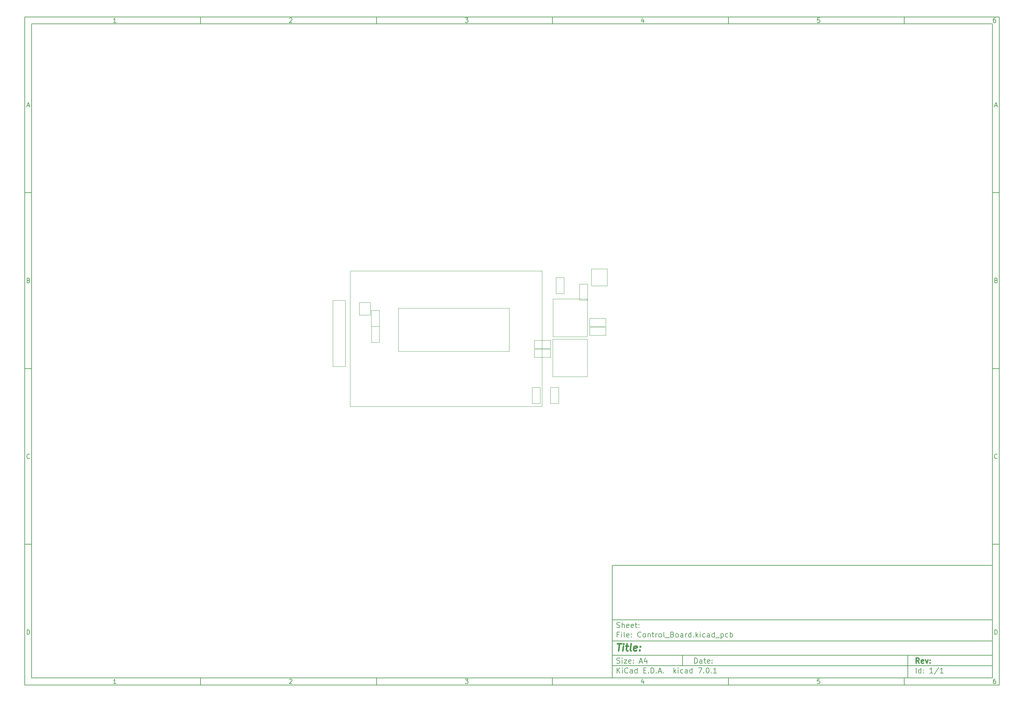
<source format=gbr>
%TF.GenerationSoftware,KiCad,Pcbnew,7.0.1*%
%TF.CreationDate,2023-09-27T13:27:15+00:00*%
%TF.ProjectId,Control_Board,436f6e74-726f-46c5-9f42-6f6172642e6b,rev?*%
%TF.SameCoordinates,Original*%
%TF.FileFunction,Other,User*%
%FSLAX45Y45*%
G04 Gerber Fmt 4.5, Leading zero omitted, Abs format (unit mm)*
G04 Created by KiCad (PCBNEW 7.0.1) date 2023-09-27 13:27:15*
%MOMM*%
%LPD*%
G01*
G04 APERTURE LIST*
%ADD10C,0.100000*%
%ADD11C,0.150000*%
%ADD12C,0.300000*%
%ADD13C,0.400000*%
%ADD14C,0.050000*%
G04 APERTURE END LIST*
D10*
D11*
X17700220Y-16600720D02*
X28500220Y-16600720D01*
X28500220Y-19800720D01*
X17700220Y-19800720D01*
X17700220Y-16600720D01*
D10*
D11*
X1000000Y-1000000D02*
X28700220Y-1000000D01*
X28700220Y-20000720D01*
X1000000Y-20000720D01*
X1000000Y-1000000D01*
D10*
D11*
X1200000Y-1200000D02*
X28500220Y-1200000D01*
X28500220Y-19800720D01*
X1200000Y-19800720D01*
X1200000Y-1200000D01*
D10*
D11*
X6000000Y-1200000D02*
X6000000Y-1000000D01*
D10*
D11*
X11000000Y-1200000D02*
X11000000Y-1000000D01*
D10*
D11*
X16000000Y-1200000D02*
X16000000Y-1000000D01*
D10*
D11*
X21000000Y-1200000D02*
X21000000Y-1000000D01*
D10*
D11*
X26000000Y-1200000D02*
X26000000Y-1000000D01*
D10*
D11*
X3599048Y-1160140D02*
X3524762Y-1160140D01*
X3561905Y-1160140D02*
X3561905Y-1030140D01*
X3561905Y-1030140D02*
X3549524Y-1048712D01*
X3549524Y-1048712D02*
X3537143Y-1061093D01*
X3537143Y-1061093D02*
X3524762Y-1067283D01*
D10*
D11*
X8524762Y-1042521D02*
X8530952Y-1036331D01*
X8530952Y-1036331D02*
X8543333Y-1030140D01*
X8543333Y-1030140D02*
X8574286Y-1030140D01*
X8574286Y-1030140D02*
X8586667Y-1036331D01*
X8586667Y-1036331D02*
X8592857Y-1042521D01*
X8592857Y-1042521D02*
X8599048Y-1054902D01*
X8599048Y-1054902D02*
X8599048Y-1067283D01*
X8599048Y-1067283D02*
X8592857Y-1085855D01*
X8592857Y-1085855D02*
X8518571Y-1160140D01*
X8518571Y-1160140D02*
X8599048Y-1160140D01*
D10*
D11*
X13518571Y-1030140D02*
X13599048Y-1030140D01*
X13599048Y-1030140D02*
X13555714Y-1079664D01*
X13555714Y-1079664D02*
X13574286Y-1079664D01*
X13574286Y-1079664D02*
X13586667Y-1085855D01*
X13586667Y-1085855D02*
X13592857Y-1092045D01*
X13592857Y-1092045D02*
X13599048Y-1104426D01*
X13599048Y-1104426D02*
X13599048Y-1135379D01*
X13599048Y-1135379D02*
X13592857Y-1147760D01*
X13592857Y-1147760D02*
X13586667Y-1153950D01*
X13586667Y-1153950D02*
X13574286Y-1160140D01*
X13574286Y-1160140D02*
X13537143Y-1160140D01*
X13537143Y-1160140D02*
X13524762Y-1153950D01*
X13524762Y-1153950D02*
X13518571Y-1147760D01*
D10*
D11*
X18586667Y-1073474D02*
X18586667Y-1160140D01*
X18555714Y-1023950D02*
X18524762Y-1116807D01*
X18524762Y-1116807D02*
X18605238Y-1116807D01*
D10*
D11*
X23592857Y-1030140D02*
X23530952Y-1030140D01*
X23530952Y-1030140D02*
X23524762Y-1092045D01*
X23524762Y-1092045D02*
X23530952Y-1085855D01*
X23530952Y-1085855D02*
X23543333Y-1079664D01*
X23543333Y-1079664D02*
X23574286Y-1079664D01*
X23574286Y-1079664D02*
X23586667Y-1085855D01*
X23586667Y-1085855D02*
X23592857Y-1092045D01*
X23592857Y-1092045D02*
X23599048Y-1104426D01*
X23599048Y-1104426D02*
X23599048Y-1135379D01*
X23599048Y-1135379D02*
X23592857Y-1147760D01*
X23592857Y-1147760D02*
X23586667Y-1153950D01*
X23586667Y-1153950D02*
X23574286Y-1160140D01*
X23574286Y-1160140D02*
X23543333Y-1160140D01*
X23543333Y-1160140D02*
X23530952Y-1153950D01*
X23530952Y-1153950D02*
X23524762Y-1147760D01*
D10*
D11*
X28586667Y-1030140D02*
X28561905Y-1030140D01*
X28561905Y-1030140D02*
X28549524Y-1036331D01*
X28549524Y-1036331D02*
X28543333Y-1042521D01*
X28543333Y-1042521D02*
X28530952Y-1061093D01*
X28530952Y-1061093D02*
X28524762Y-1085855D01*
X28524762Y-1085855D02*
X28524762Y-1135379D01*
X28524762Y-1135379D02*
X28530952Y-1147760D01*
X28530952Y-1147760D02*
X28537143Y-1153950D01*
X28537143Y-1153950D02*
X28549524Y-1160140D01*
X28549524Y-1160140D02*
X28574286Y-1160140D01*
X28574286Y-1160140D02*
X28586667Y-1153950D01*
X28586667Y-1153950D02*
X28592857Y-1147760D01*
X28592857Y-1147760D02*
X28599048Y-1135379D01*
X28599048Y-1135379D02*
X28599048Y-1104426D01*
X28599048Y-1104426D02*
X28592857Y-1092045D01*
X28592857Y-1092045D02*
X28586667Y-1085855D01*
X28586667Y-1085855D02*
X28574286Y-1079664D01*
X28574286Y-1079664D02*
X28549524Y-1079664D01*
X28549524Y-1079664D02*
X28537143Y-1085855D01*
X28537143Y-1085855D02*
X28530952Y-1092045D01*
X28530952Y-1092045D02*
X28524762Y-1104426D01*
D10*
D11*
X6000000Y-19800720D02*
X6000000Y-20000720D01*
D10*
D11*
X11000000Y-19800720D02*
X11000000Y-20000720D01*
D10*
D11*
X16000000Y-19800720D02*
X16000000Y-20000720D01*
D10*
D11*
X21000000Y-19800720D02*
X21000000Y-20000720D01*
D10*
D11*
X26000000Y-19800720D02*
X26000000Y-20000720D01*
D10*
D11*
X3599048Y-19960860D02*
X3524762Y-19960860D01*
X3561905Y-19960860D02*
X3561905Y-19830860D01*
X3561905Y-19830860D02*
X3549524Y-19849432D01*
X3549524Y-19849432D02*
X3537143Y-19861813D01*
X3537143Y-19861813D02*
X3524762Y-19868003D01*
D10*
D11*
X8524762Y-19843241D02*
X8530952Y-19837051D01*
X8530952Y-19837051D02*
X8543333Y-19830860D01*
X8543333Y-19830860D02*
X8574286Y-19830860D01*
X8574286Y-19830860D02*
X8586667Y-19837051D01*
X8586667Y-19837051D02*
X8592857Y-19843241D01*
X8592857Y-19843241D02*
X8599048Y-19855622D01*
X8599048Y-19855622D02*
X8599048Y-19868003D01*
X8599048Y-19868003D02*
X8592857Y-19886575D01*
X8592857Y-19886575D02*
X8518571Y-19960860D01*
X8518571Y-19960860D02*
X8599048Y-19960860D01*
D10*
D11*
X13518571Y-19830860D02*
X13599048Y-19830860D01*
X13599048Y-19830860D02*
X13555714Y-19880384D01*
X13555714Y-19880384D02*
X13574286Y-19880384D01*
X13574286Y-19880384D02*
X13586667Y-19886575D01*
X13586667Y-19886575D02*
X13592857Y-19892765D01*
X13592857Y-19892765D02*
X13599048Y-19905146D01*
X13599048Y-19905146D02*
X13599048Y-19936099D01*
X13599048Y-19936099D02*
X13592857Y-19948480D01*
X13592857Y-19948480D02*
X13586667Y-19954670D01*
X13586667Y-19954670D02*
X13574286Y-19960860D01*
X13574286Y-19960860D02*
X13537143Y-19960860D01*
X13537143Y-19960860D02*
X13524762Y-19954670D01*
X13524762Y-19954670D02*
X13518571Y-19948480D01*
D10*
D11*
X18586667Y-19874194D02*
X18586667Y-19960860D01*
X18555714Y-19824670D02*
X18524762Y-19917527D01*
X18524762Y-19917527D02*
X18605238Y-19917527D01*
D10*
D11*
X23592857Y-19830860D02*
X23530952Y-19830860D01*
X23530952Y-19830860D02*
X23524762Y-19892765D01*
X23524762Y-19892765D02*
X23530952Y-19886575D01*
X23530952Y-19886575D02*
X23543333Y-19880384D01*
X23543333Y-19880384D02*
X23574286Y-19880384D01*
X23574286Y-19880384D02*
X23586667Y-19886575D01*
X23586667Y-19886575D02*
X23592857Y-19892765D01*
X23592857Y-19892765D02*
X23599048Y-19905146D01*
X23599048Y-19905146D02*
X23599048Y-19936099D01*
X23599048Y-19936099D02*
X23592857Y-19948480D01*
X23592857Y-19948480D02*
X23586667Y-19954670D01*
X23586667Y-19954670D02*
X23574286Y-19960860D01*
X23574286Y-19960860D02*
X23543333Y-19960860D01*
X23543333Y-19960860D02*
X23530952Y-19954670D01*
X23530952Y-19954670D02*
X23524762Y-19948480D01*
D10*
D11*
X28586667Y-19830860D02*
X28561905Y-19830860D01*
X28561905Y-19830860D02*
X28549524Y-19837051D01*
X28549524Y-19837051D02*
X28543333Y-19843241D01*
X28543333Y-19843241D02*
X28530952Y-19861813D01*
X28530952Y-19861813D02*
X28524762Y-19886575D01*
X28524762Y-19886575D02*
X28524762Y-19936099D01*
X28524762Y-19936099D02*
X28530952Y-19948480D01*
X28530952Y-19948480D02*
X28537143Y-19954670D01*
X28537143Y-19954670D02*
X28549524Y-19960860D01*
X28549524Y-19960860D02*
X28574286Y-19960860D01*
X28574286Y-19960860D02*
X28586667Y-19954670D01*
X28586667Y-19954670D02*
X28592857Y-19948480D01*
X28592857Y-19948480D02*
X28599048Y-19936099D01*
X28599048Y-19936099D02*
X28599048Y-19905146D01*
X28599048Y-19905146D02*
X28592857Y-19892765D01*
X28592857Y-19892765D02*
X28586667Y-19886575D01*
X28586667Y-19886575D02*
X28574286Y-19880384D01*
X28574286Y-19880384D02*
X28549524Y-19880384D01*
X28549524Y-19880384D02*
X28537143Y-19886575D01*
X28537143Y-19886575D02*
X28530952Y-19892765D01*
X28530952Y-19892765D02*
X28524762Y-19905146D01*
D10*
D11*
X1000000Y-6000000D02*
X1200000Y-6000000D01*
D10*
D11*
X1000000Y-11000000D02*
X1200000Y-11000000D01*
D10*
D11*
X1000000Y-16000000D02*
X1200000Y-16000000D01*
D10*
D11*
X1069048Y-3522998D02*
X1130952Y-3522998D01*
X1056667Y-3560140D02*
X1100000Y-3430140D01*
X1100000Y-3430140D02*
X1143333Y-3560140D01*
D10*
D11*
X1109286Y-8492045D02*
X1127857Y-8498236D01*
X1127857Y-8498236D02*
X1134048Y-8504426D01*
X1134048Y-8504426D02*
X1140238Y-8516807D01*
X1140238Y-8516807D02*
X1140238Y-8535379D01*
X1140238Y-8535379D02*
X1134048Y-8547760D01*
X1134048Y-8547760D02*
X1127857Y-8553950D01*
X1127857Y-8553950D02*
X1115476Y-8560140D01*
X1115476Y-8560140D02*
X1065952Y-8560140D01*
X1065952Y-8560140D02*
X1065952Y-8430140D01*
X1065952Y-8430140D02*
X1109286Y-8430140D01*
X1109286Y-8430140D02*
X1121667Y-8436331D01*
X1121667Y-8436331D02*
X1127857Y-8442521D01*
X1127857Y-8442521D02*
X1134048Y-8454902D01*
X1134048Y-8454902D02*
X1134048Y-8467283D01*
X1134048Y-8467283D02*
X1127857Y-8479664D01*
X1127857Y-8479664D02*
X1121667Y-8485855D01*
X1121667Y-8485855D02*
X1109286Y-8492045D01*
X1109286Y-8492045D02*
X1065952Y-8492045D01*
D10*
D11*
X1140238Y-13547759D02*
X1134048Y-13553950D01*
X1134048Y-13553950D02*
X1115476Y-13560140D01*
X1115476Y-13560140D02*
X1103095Y-13560140D01*
X1103095Y-13560140D02*
X1084524Y-13553950D01*
X1084524Y-13553950D02*
X1072143Y-13541569D01*
X1072143Y-13541569D02*
X1065952Y-13529188D01*
X1065952Y-13529188D02*
X1059762Y-13504426D01*
X1059762Y-13504426D02*
X1059762Y-13485855D01*
X1059762Y-13485855D02*
X1065952Y-13461093D01*
X1065952Y-13461093D02*
X1072143Y-13448712D01*
X1072143Y-13448712D02*
X1084524Y-13436331D01*
X1084524Y-13436331D02*
X1103095Y-13430140D01*
X1103095Y-13430140D02*
X1115476Y-13430140D01*
X1115476Y-13430140D02*
X1134048Y-13436331D01*
X1134048Y-13436331D02*
X1140238Y-13442521D01*
D10*
D11*
X1065952Y-18560140D02*
X1065952Y-18430140D01*
X1065952Y-18430140D02*
X1096905Y-18430140D01*
X1096905Y-18430140D02*
X1115476Y-18436331D01*
X1115476Y-18436331D02*
X1127857Y-18448712D01*
X1127857Y-18448712D02*
X1134048Y-18461093D01*
X1134048Y-18461093D02*
X1140238Y-18485855D01*
X1140238Y-18485855D02*
X1140238Y-18504426D01*
X1140238Y-18504426D02*
X1134048Y-18529188D01*
X1134048Y-18529188D02*
X1127857Y-18541569D01*
X1127857Y-18541569D02*
X1115476Y-18553950D01*
X1115476Y-18553950D02*
X1096905Y-18560140D01*
X1096905Y-18560140D02*
X1065952Y-18560140D01*
D10*
D11*
X28700220Y-6000000D02*
X28500220Y-6000000D01*
D10*
D11*
X28700220Y-11000000D02*
X28500220Y-11000000D01*
D10*
D11*
X28700220Y-16000000D02*
X28500220Y-16000000D01*
D10*
D11*
X28569268Y-3522998D02*
X28631172Y-3522998D01*
X28556887Y-3560140D02*
X28600220Y-3430140D01*
X28600220Y-3430140D02*
X28643553Y-3560140D01*
D10*
D11*
X28609506Y-8492045D02*
X28628077Y-8498236D01*
X28628077Y-8498236D02*
X28634268Y-8504426D01*
X28634268Y-8504426D02*
X28640458Y-8516807D01*
X28640458Y-8516807D02*
X28640458Y-8535379D01*
X28640458Y-8535379D02*
X28634268Y-8547760D01*
X28634268Y-8547760D02*
X28628077Y-8553950D01*
X28628077Y-8553950D02*
X28615696Y-8560140D01*
X28615696Y-8560140D02*
X28566172Y-8560140D01*
X28566172Y-8560140D02*
X28566172Y-8430140D01*
X28566172Y-8430140D02*
X28609506Y-8430140D01*
X28609506Y-8430140D02*
X28621887Y-8436331D01*
X28621887Y-8436331D02*
X28628077Y-8442521D01*
X28628077Y-8442521D02*
X28634268Y-8454902D01*
X28634268Y-8454902D02*
X28634268Y-8467283D01*
X28634268Y-8467283D02*
X28628077Y-8479664D01*
X28628077Y-8479664D02*
X28621887Y-8485855D01*
X28621887Y-8485855D02*
X28609506Y-8492045D01*
X28609506Y-8492045D02*
X28566172Y-8492045D01*
D10*
D11*
X28640458Y-13547759D02*
X28634268Y-13553950D01*
X28634268Y-13553950D02*
X28615696Y-13560140D01*
X28615696Y-13560140D02*
X28603315Y-13560140D01*
X28603315Y-13560140D02*
X28584744Y-13553950D01*
X28584744Y-13553950D02*
X28572363Y-13541569D01*
X28572363Y-13541569D02*
X28566172Y-13529188D01*
X28566172Y-13529188D02*
X28559982Y-13504426D01*
X28559982Y-13504426D02*
X28559982Y-13485855D01*
X28559982Y-13485855D02*
X28566172Y-13461093D01*
X28566172Y-13461093D02*
X28572363Y-13448712D01*
X28572363Y-13448712D02*
X28584744Y-13436331D01*
X28584744Y-13436331D02*
X28603315Y-13430140D01*
X28603315Y-13430140D02*
X28615696Y-13430140D01*
X28615696Y-13430140D02*
X28634268Y-13436331D01*
X28634268Y-13436331D02*
X28640458Y-13442521D01*
D10*
D11*
X28566172Y-18560140D02*
X28566172Y-18430140D01*
X28566172Y-18430140D02*
X28597125Y-18430140D01*
X28597125Y-18430140D02*
X28615696Y-18436331D01*
X28615696Y-18436331D02*
X28628077Y-18448712D01*
X28628077Y-18448712D02*
X28634268Y-18461093D01*
X28634268Y-18461093D02*
X28640458Y-18485855D01*
X28640458Y-18485855D02*
X28640458Y-18504426D01*
X28640458Y-18504426D02*
X28634268Y-18529188D01*
X28634268Y-18529188D02*
X28628077Y-18541569D01*
X28628077Y-18541569D02*
X28615696Y-18553950D01*
X28615696Y-18553950D02*
X28597125Y-18560140D01*
X28597125Y-18560140D02*
X28566172Y-18560140D01*
D10*
D11*
X20035934Y-19380113D02*
X20035934Y-19230113D01*
X20035934Y-19230113D02*
X20071649Y-19230113D01*
X20071649Y-19230113D02*
X20093077Y-19237256D01*
X20093077Y-19237256D02*
X20107363Y-19251541D01*
X20107363Y-19251541D02*
X20114506Y-19265827D01*
X20114506Y-19265827D02*
X20121649Y-19294399D01*
X20121649Y-19294399D02*
X20121649Y-19315827D01*
X20121649Y-19315827D02*
X20114506Y-19344399D01*
X20114506Y-19344399D02*
X20107363Y-19358684D01*
X20107363Y-19358684D02*
X20093077Y-19372970D01*
X20093077Y-19372970D02*
X20071649Y-19380113D01*
X20071649Y-19380113D02*
X20035934Y-19380113D01*
X20250220Y-19380113D02*
X20250220Y-19301541D01*
X20250220Y-19301541D02*
X20243077Y-19287256D01*
X20243077Y-19287256D02*
X20228791Y-19280113D01*
X20228791Y-19280113D02*
X20200220Y-19280113D01*
X20200220Y-19280113D02*
X20185934Y-19287256D01*
X20250220Y-19372970D02*
X20235934Y-19380113D01*
X20235934Y-19380113D02*
X20200220Y-19380113D01*
X20200220Y-19380113D02*
X20185934Y-19372970D01*
X20185934Y-19372970D02*
X20178791Y-19358684D01*
X20178791Y-19358684D02*
X20178791Y-19344399D01*
X20178791Y-19344399D02*
X20185934Y-19330113D01*
X20185934Y-19330113D02*
X20200220Y-19322970D01*
X20200220Y-19322970D02*
X20235934Y-19322970D01*
X20235934Y-19322970D02*
X20250220Y-19315827D01*
X20300220Y-19280113D02*
X20357363Y-19280113D01*
X20321649Y-19230113D02*
X20321649Y-19358684D01*
X20321649Y-19358684D02*
X20328791Y-19372970D01*
X20328791Y-19372970D02*
X20343077Y-19380113D01*
X20343077Y-19380113D02*
X20357363Y-19380113D01*
X20464506Y-19372970D02*
X20450220Y-19380113D01*
X20450220Y-19380113D02*
X20421649Y-19380113D01*
X20421649Y-19380113D02*
X20407363Y-19372970D01*
X20407363Y-19372970D02*
X20400220Y-19358684D01*
X20400220Y-19358684D02*
X20400220Y-19301541D01*
X20400220Y-19301541D02*
X20407363Y-19287256D01*
X20407363Y-19287256D02*
X20421649Y-19280113D01*
X20421649Y-19280113D02*
X20450220Y-19280113D01*
X20450220Y-19280113D02*
X20464506Y-19287256D01*
X20464506Y-19287256D02*
X20471649Y-19301541D01*
X20471649Y-19301541D02*
X20471649Y-19315827D01*
X20471649Y-19315827D02*
X20400220Y-19330113D01*
X20535934Y-19365827D02*
X20543077Y-19372970D01*
X20543077Y-19372970D02*
X20535934Y-19380113D01*
X20535934Y-19380113D02*
X20528791Y-19372970D01*
X20528791Y-19372970D02*
X20535934Y-19365827D01*
X20535934Y-19365827D02*
X20535934Y-19380113D01*
X20535934Y-19287256D02*
X20543077Y-19294399D01*
X20543077Y-19294399D02*
X20535934Y-19301541D01*
X20535934Y-19301541D02*
X20528791Y-19294399D01*
X20528791Y-19294399D02*
X20535934Y-19287256D01*
X20535934Y-19287256D02*
X20535934Y-19301541D01*
D10*
D11*
X17700220Y-19450720D02*
X28500220Y-19450720D01*
D10*
D11*
X17835934Y-19660113D02*
X17835934Y-19510113D01*
X17921649Y-19660113D02*
X17857363Y-19574399D01*
X17921649Y-19510113D02*
X17835934Y-19595827D01*
X17985934Y-19660113D02*
X17985934Y-19560113D01*
X17985934Y-19510113D02*
X17978791Y-19517256D01*
X17978791Y-19517256D02*
X17985934Y-19524399D01*
X17985934Y-19524399D02*
X17993077Y-19517256D01*
X17993077Y-19517256D02*
X17985934Y-19510113D01*
X17985934Y-19510113D02*
X17985934Y-19524399D01*
X18143077Y-19645827D02*
X18135934Y-19652970D01*
X18135934Y-19652970D02*
X18114506Y-19660113D01*
X18114506Y-19660113D02*
X18100220Y-19660113D01*
X18100220Y-19660113D02*
X18078791Y-19652970D01*
X18078791Y-19652970D02*
X18064506Y-19638684D01*
X18064506Y-19638684D02*
X18057363Y-19624399D01*
X18057363Y-19624399D02*
X18050220Y-19595827D01*
X18050220Y-19595827D02*
X18050220Y-19574399D01*
X18050220Y-19574399D02*
X18057363Y-19545827D01*
X18057363Y-19545827D02*
X18064506Y-19531541D01*
X18064506Y-19531541D02*
X18078791Y-19517256D01*
X18078791Y-19517256D02*
X18100220Y-19510113D01*
X18100220Y-19510113D02*
X18114506Y-19510113D01*
X18114506Y-19510113D02*
X18135934Y-19517256D01*
X18135934Y-19517256D02*
X18143077Y-19524399D01*
X18271649Y-19660113D02*
X18271649Y-19581541D01*
X18271649Y-19581541D02*
X18264506Y-19567256D01*
X18264506Y-19567256D02*
X18250220Y-19560113D01*
X18250220Y-19560113D02*
X18221649Y-19560113D01*
X18221649Y-19560113D02*
X18207363Y-19567256D01*
X18271649Y-19652970D02*
X18257363Y-19660113D01*
X18257363Y-19660113D02*
X18221649Y-19660113D01*
X18221649Y-19660113D02*
X18207363Y-19652970D01*
X18207363Y-19652970D02*
X18200220Y-19638684D01*
X18200220Y-19638684D02*
X18200220Y-19624399D01*
X18200220Y-19624399D02*
X18207363Y-19610113D01*
X18207363Y-19610113D02*
X18221649Y-19602970D01*
X18221649Y-19602970D02*
X18257363Y-19602970D01*
X18257363Y-19602970D02*
X18271649Y-19595827D01*
X18407363Y-19660113D02*
X18407363Y-19510113D01*
X18407363Y-19652970D02*
X18393077Y-19660113D01*
X18393077Y-19660113D02*
X18364506Y-19660113D01*
X18364506Y-19660113D02*
X18350220Y-19652970D01*
X18350220Y-19652970D02*
X18343077Y-19645827D01*
X18343077Y-19645827D02*
X18335934Y-19631541D01*
X18335934Y-19631541D02*
X18335934Y-19588684D01*
X18335934Y-19588684D02*
X18343077Y-19574399D01*
X18343077Y-19574399D02*
X18350220Y-19567256D01*
X18350220Y-19567256D02*
X18364506Y-19560113D01*
X18364506Y-19560113D02*
X18393077Y-19560113D01*
X18393077Y-19560113D02*
X18407363Y-19567256D01*
X18593077Y-19581541D02*
X18643077Y-19581541D01*
X18664506Y-19660113D02*
X18593077Y-19660113D01*
X18593077Y-19660113D02*
X18593077Y-19510113D01*
X18593077Y-19510113D02*
X18664506Y-19510113D01*
X18728791Y-19645827D02*
X18735934Y-19652970D01*
X18735934Y-19652970D02*
X18728791Y-19660113D01*
X18728791Y-19660113D02*
X18721649Y-19652970D01*
X18721649Y-19652970D02*
X18728791Y-19645827D01*
X18728791Y-19645827D02*
X18728791Y-19660113D01*
X18800220Y-19660113D02*
X18800220Y-19510113D01*
X18800220Y-19510113D02*
X18835934Y-19510113D01*
X18835934Y-19510113D02*
X18857363Y-19517256D01*
X18857363Y-19517256D02*
X18871649Y-19531541D01*
X18871649Y-19531541D02*
X18878792Y-19545827D01*
X18878792Y-19545827D02*
X18885934Y-19574399D01*
X18885934Y-19574399D02*
X18885934Y-19595827D01*
X18885934Y-19595827D02*
X18878792Y-19624399D01*
X18878792Y-19624399D02*
X18871649Y-19638684D01*
X18871649Y-19638684D02*
X18857363Y-19652970D01*
X18857363Y-19652970D02*
X18835934Y-19660113D01*
X18835934Y-19660113D02*
X18800220Y-19660113D01*
X18950220Y-19645827D02*
X18957363Y-19652970D01*
X18957363Y-19652970D02*
X18950220Y-19660113D01*
X18950220Y-19660113D02*
X18943077Y-19652970D01*
X18943077Y-19652970D02*
X18950220Y-19645827D01*
X18950220Y-19645827D02*
X18950220Y-19660113D01*
X19014506Y-19617256D02*
X19085934Y-19617256D01*
X19000220Y-19660113D02*
X19050220Y-19510113D01*
X19050220Y-19510113D02*
X19100220Y-19660113D01*
X19150220Y-19645827D02*
X19157363Y-19652970D01*
X19157363Y-19652970D02*
X19150220Y-19660113D01*
X19150220Y-19660113D02*
X19143077Y-19652970D01*
X19143077Y-19652970D02*
X19150220Y-19645827D01*
X19150220Y-19645827D02*
X19150220Y-19660113D01*
X19450220Y-19660113D02*
X19450220Y-19510113D01*
X19464506Y-19602970D02*
X19507363Y-19660113D01*
X19507363Y-19560113D02*
X19450220Y-19617256D01*
X19571649Y-19660113D02*
X19571649Y-19560113D01*
X19571649Y-19510113D02*
X19564506Y-19517256D01*
X19564506Y-19517256D02*
X19571649Y-19524399D01*
X19571649Y-19524399D02*
X19578792Y-19517256D01*
X19578792Y-19517256D02*
X19571649Y-19510113D01*
X19571649Y-19510113D02*
X19571649Y-19524399D01*
X19707363Y-19652970D02*
X19693077Y-19660113D01*
X19693077Y-19660113D02*
X19664506Y-19660113D01*
X19664506Y-19660113D02*
X19650220Y-19652970D01*
X19650220Y-19652970D02*
X19643077Y-19645827D01*
X19643077Y-19645827D02*
X19635934Y-19631541D01*
X19635934Y-19631541D02*
X19635934Y-19588684D01*
X19635934Y-19588684D02*
X19643077Y-19574399D01*
X19643077Y-19574399D02*
X19650220Y-19567256D01*
X19650220Y-19567256D02*
X19664506Y-19560113D01*
X19664506Y-19560113D02*
X19693077Y-19560113D01*
X19693077Y-19560113D02*
X19707363Y-19567256D01*
X19835934Y-19660113D02*
X19835934Y-19581541D01*
X19835934Y-19581541D02*
X19828792Y-19567256D01*
X19828792Y-19567256D02*
X19814506Y-19560113D01*
X19814506Y-19560113D02*
X19785934Y-19560113D01*
X19785934Y-19560113D02*
X19771649Y-19567256D01*
X19835934Y-19652970D02*
X19821649Y-19660113D01*
X19821649Y-19660113D02*
X19785934Y-19660113D01*
X19785934Y-19660113D02*
X19771649Y-19652970D01*
X19771649Y-19652970D02*
X19764506Y-19638684D01*
X19764506Y-19638684D02*
X19764506Y-19624399D01*
X19764506Y-19624399D02*
X19771649Y-19610113D01*
X19771649Y-19610113D02*
X19785934Y-19602970D01*
X19785934Y-19602970D02*
X19821649Y-19602970D01*
X19821649Y-19602970D02*
X19835934Y-19595827D01*
X19971649Y-19660113D02*
X19971649Y-19510113D01*
X19971649Y-19652970D02*
X19957363Y-19660113D01*
X19957363Y-19660113D02*
X19928792Y-19660113D01*
X19928792Y-19660113D02*
X19914506Y-19652970D01*
X19914506Y-19652970D02*
X19907363Y-19645827D01*
X19907363Y-19645827D02*
X19900220Y-19631541D01*
X19900220Y-19631541D02*
X19900220Y-19588684D01*
X19900220Y-19588684D02*
X19907363Y-19574399D01*
X19907363Y-19574399D02*
X19914506Y-19567256D01*
X19914506Y-19567256D02*
X19928792Y-19560113D01*
X19928792Y-19560113D02*
X19957363Y-19560113D01*
X19957363Y-19560113D02*
X19971649Y-19567256D01*
X20143077Y-19510113D02*
X20243077Y-19510113D01*
X20243077Y-19510113D02*
X20178792Y-19660113D01*
X20300220Y-19645827D02*
X20307363Y-19652970D01*
X20307363Y-19652970D02*
X20300220Y-19660113D01*
X20300220Y-19660113D02*
X20293077Y-19652970D01*
X20293077Y-19652970D02*
X20300220Y-19645827D01*
X20300220Y-19645827D02*
X20300220Y-19660113D01*
X20400220Y-19510113D02*
X20414506Y-19510113D01*
X20414506Y-19510113D02*
X20428792Y-19517256D01*
X20428792Y-19517256D02*
X20435934Y-19524399D01*
X20435934Y-19524399D02*
X20443077Y-19538684D01*
X20443077Y-19538684D02*
X20450220Y-19567256D01*
X20450220Y-19567256D02*
X20450220Y-19602970D01*
X20450220Y-19602970D02*
X20443077Y-19631541D01*
X20443077Y-19631541D02*
X20435934Y-19645827D01*
X20435934Y-19645827D02*
X20428792Y-19652970D01*
X20428792Y-19652970D02*
X20414506Y-19660113D01*
X20414506Y-19660113D02*
X20400220Y-19660113D01*
X20400220Y-19660113D02*
X20385934Y-19652970D01*
X20385934Y-19652970D02*
X20378792Y-19645827D01*
X20378792Y-19645827D02*
X20371649Y-19631541D01*
X20371649Y-19631541D02*
X20364506Y-19602970D01*
X20364506Y-19602970D02*
X20364506Y-19567256D01*
X20364506Y-19567256D02*
X20371649Y-19538684D01*
X20371649Y-19538684D02*
X20378792Y-19524399D01*
X20378792Y-19524399D02*
X20385934Y-19517256D01*
X20385934Y-19517256D02*
X20400220Y-19510113D01*
X20514506Y-19645827D02*
X20521649Y-19652970D01*
X20521649Y-19652970D02*
X20514506Y-19660113D01*
X20514506Y-19660113D02*
X20507363Y-19652970D01*
X20507363Y-19652970D02*
X20514506Y-19645827D01*
X20514506Y-19645827D02*
X20514506Y-19660113D01*
X20664506Y-19660113D02*
X20578792Y-19660113D01*
X20621649Y-19660113D02*
X20621649Y-19510113D01*
X20621649Y-19510113D02*
X20607363Y-19531541D01*
X20607363Y-19531541D02*
X20593077Y-19545827D01*
X20593077Y-19545827D02*
X20578792Y-19552970D01*
D10*
D11*
X17700220Y-19150720D02*
X28500220Y-19150720D01*
D10*
D12*
X26421648Y-19380113D02*
X26371648Y-19308684D01*
X26335934Y-19380113D02*
X26335934Y-19230113D01*
X26335934Y-19230113D02*
X26393077Y-19230113D01*
X26393077Y-19230113D02*
X26407363Y-19237256D01*
X26407363Y-19237256D02*
X26414506Y-19244399D01*
X26414506Y-19244399D02*
X26421648Y-19258684D01*
X26421648Y-19258684D02*
X26421648Y-19280113D01*
X26421648Y-19280113D02*
X26414506Y-19294399D01*
X26414506Y-19294399D02*
X26407363Y-19301541D01*
X26407363Y-19301541D02*
X26393077Y-19308684D01*
X26393077Y-19308684D02*
X26335934Y-19308684D01*
X26543077Y-19372970D02*
X26528791Y-19380113D01*
X26528791Y-19380113D02*
X26500220Y-19380113D01*
X26500220Y-19380113D02*
X26485934Y-19372970D01*
X26485934Y-19372970D02*
X26478791Y-19358684D01*
X26478791Y-19358684D02*
X26478791Y-19301541D01*
X26478791Y-19301541D02*
X26485934Y-19287256D01*
X26485934Y-19287256D02*
X26500220Y-19280113D01*
X26500220Y-19280113D02*
X26528791Y-19280113D01*
X26528791Y-19280113D02*
X26543077Y-19287256D01*
X26543077Y-19287256D02*
X26550220Y-19301541D01*
X26550220Y-19301541D02*
X26550220Y-19315827D01*
X26550220Y-19315827D02*
X26478791Y-19330113D01*
X26600220Y-19280113D02*
X26635934Y-19380113D01*
X26635934Y-19380113D02*
X26671648Y-19280113D01*
X26728791Y-19365827D02*
X26735934Y-19372970D01*
X26735934Y-19372970D02*
X26728791Y-19380113D01*
X26728791Y-19380113D02*
X26721648Y-19372970D01*
X26721648Y-19372970D02*
X26728791Y-19365827D01*
X26728791Y-19365827D02*
X26728791Y-19380113D01*
X26728791Y-19287256D02*
X26735934Y-19294399D01*
X26735934Y-19294399D02*
X26728791Y-19301541D01*
X26728791Y-19301541D02*
X26721648Y-19294399D01*
X26721648Y-19294399D02*
X26728791Y-19287256D01*
X26728791Y-19287256D02*
X26728791Y-19301541D01*
D10*
D11*
X17828791Y-19372970D02*
X17850220Y-19380113D01*
X17850220Y-19380113D02*
X17885934Y-19380113D01*
X17885934Y-19380113D02*
X17900220Y-19372970D01*
X17900220Y-19372970D02*
X17907363Y-19365827D01*
X17907363Y-19365827D02*
X17914506Y-19351541D01*
X17914506Y-19351541D02*
X17914506Y-19337256D01*
X17914506Y-19337256D02*
X17907363Y-19322970D01*
X17907363Y-19322970D02*
X17900220Y-19315827D01*
X17900220Y-19315827D02*
X17885934Y-19308684D01*
X17885934Y-19308684D02*
X17857363Y-19301541D01*
X17857363Y-19301541D02*
X17843077Y-19294399D01*
X17843077Y-19294399D02*
X17835934Y-19287256D01*
X17835934Y-19287256D02*
X17828791Y-19272970D01*
X17828791Y-19272970D02*
X17828791Y-19258684D01*
X17828791Y-19258684D02*
X17835934Y-19244399D01*
X17835934Y-19244399D02*
X17843077Y-19237256D01*
X17843077Y-19237256D02*
X17857363Y-19230113D01*
X17857363Y-19230113D02*
X17893077Y-19230113D01*
X17893077Y-19230113D02*
X17914506Y-19237256D01*
X17978791Y-19380113D02*
X17978791Y-19280113D01*
X17978791Y-19230113D02*
X17971649Y-19237256D01*
X17971649Y-19237256D02*
X17978791Y-19244399D01*
X17978791Y-19244399D02*
X17985934Y-19237256D01*
X17985934Y-19237256D02*
X17978791Y-19230113D01*
X17978791Y-19230113D02*
X17978791Y-19244399D01*
X18035934Y-19280113D02*
X18114506Y-19280113D01*
X18114506Y-19280113D02*
X18035934Y-19380113D01*
X18035934Y-19380113D02*
X18114506Y-19380113D01*
X18228791Y-19372970D02*
X18214506Y-19380113D01*
X18214506Y-19380113D02*
X18185934Y-19380113D01*
X18185934Y-19380113D02*
X18171649Y-19372970D01*
X18171649Y-19372970D02*
X18164506Y-19358684D01*
X18164506Y-19358684D02*
X18164506Y-19301541D01*
X18164506Y-19301541D02*
X18171649Y-19287256D01*
X18171649Y-19287256D02*
X18185934Y-19280113D01*
X18185934Y-19280113D02*
X18214506Y-19280113D01*
X18214506Y-19280113D02*
X18228791Y-19287256D01*
X18228791Y-19287256D02*
X18235934Y-19301541D01*
X18235934Y-19301541D02*
X18235934Y-19315827D01*
X18235934Y-19315827D02*
X18164506Y-19330113D01*
X18300220Y-19365827D02*
X18307363Y-19372970D01*
X18307363Y-19372970D02*
X18300220Y-19380113D01*
X18300220Y-19380113D02*
X18293077Y-19372970D01*
X18293077Y-19372970D02*
X18300220Y-19365827D01*
X18300220Y-19365827D02*
X18300220Y-19380113D01*
X18300220Y-19287256D02*
X18307363Y-19294399D01*
X18307363Y-19294399D02*
X18300220Y-19301541D01*
X18300220Y-19301541D02*
X18293077Y-19294399D01*
X18293077Y-19294399D02*
X18300220Y-19287256D01*
X18300220Y-19287256D02*
X18300220Y-19301541D01*
X18478791Y-19337256D02*
X18550220Y-19337256D01*
X18464506Y-19380113D02*
X18514506Y-19230113D01*
X18514506Y-19230113D02*
X18564506Y-19380113D01*
X18678791Y-19280113D02*
X18678791Y-19380113D01*
X18643077Y-19222970D02*
X18607363Y-19330113D01*
X18607363Y-19330113D02*
X18700220Y-19330113D01*
D10*
D11*
X26335934Y-19660113D02*
X26335934Y-19510113D01*
X26471649Y-19660113D02*
X26471649Y-19510113D01*
X26471649Y-19652970D02*
X26457363Y-19660113D01*
X26457363Y-19660113D02*
X26428791Y-19660113D01*
X26428791Y-19660113D02*
X26414506Y-19652970D01*
X26414506Y-19652970D02*
X26407363Y-19645827D01*
X26407363Y-19645827D02*
X26400220Y-19631541D01*
X26400220Y-19631541D02*
X26400220Y-19588684D01*
X26400220Y-19588684D02*
X26407363Y-19574399D01*
X26407363Y-19574399D02*
X26414506Y-19567256D01*
X26414506Y-19567256D02*
X26428791Y-19560113D01*
X26428791Y-19560113D02*
X26457363Y-19560113D01*
X26457363Y-19560113D02*
X26471649Y-19567256D01*
X26543077Y-19645827D02*
X26550220Y-19652970D01*
X26550220Y-19652970D02*
X26543077Y-19660113D01*
X26543077Y-19660113D02*
X26535934Y-19652970D01*
X26535934Y-19652970D02*
X26543077Y-19645827D01*
X26543077Y-19645827D02*
X26543077Y-19660113D01*
X26543077Y-19567256D02*
X26550220Y-19574399D01*
X26550220Y-19574399D02*
X26543077Y-19581541D01*
X26543077Y-19581541D02*
X26535934Y-19574399D01*
X26535934Y-19574399D02*
X26543077Y-19567256D01*
X26543077Y-19567256D02*
X26543077Y-19581541D01*
X26807363Y-19660113D02*
X26721649Y-19660113D01*
X26764506Y-19660113D02*
X26764506Y-19510113D01*
X26764506Y-19510113D02*
X26750220Y-19531541D01*
X26750220Y-19531541D02*
X26735934Y-19545827D01*
X26735934Y-19545827D02*
X26721649Y-19552970D01*
X26978791Y-19502970D02*
X26850220Y-19695827D01*
X27107363Y-19660113D02*
X27021649Y-19660113D01*
X27064506Y-19660113D02*
X27064506Y-19510113D01*
X27064506Y-19510113D02*
X27050220Y-19531541D01*
X27050220Y-19531541D02*
X27035934Y-19545827D01*
X27035934Y-19545827D02*
X27021649Y-19552970D01*
D10*
D11*
X17700220Y-18750720D02*
X28500220Y-18750720D01*
D10*
D13*
X17843077Y-18823244D02*
X17957363Y-18823244D01*
X17875220Y-19023244D02*
X17900220Y-18823244D01*
X17997839Y-19023244D02*
X18014506Y-18889910D01*
X18022839Y-18823244D02*
X18012125Y-18832768D01*
X18012125Y-18832768D02*
X18020458Y-18842291D01*
X18020458Y-18842291D02*
X18031172Y-18832768D01*
X18031172Y-18832768D02*
X18022839Y-18823244D01*
X18022839Y-18823244D02*
X18020458Y-18842291D01*
X18079982Y-18889910D02*
X18156172Y-18889910D01*
X18116887Y-18823244D02*
X18095458Y-18994672D01*
X18095458Y-18994672D02*
X18102601Y-19013720D01*
X18102601Y-19013720D02*
X18120458Y-19023244D01*
X18120458Y-19023244D02*
X18139506Y-19023244D01*
X18233553Y-19023244D02*
X18215696Y-19013720D01*
X18215696Y-19013720D02*
X18208553Y-18994672D01*
X18208553Y-18994672D02*
X18229982Y-18823244D01*
X18385934Y-19013720D02*
X18365696Y-19023244D01*
X18365696Y-19023244D02*
X18327601Y-19023244D01*
X18327601Y-19023244D02*
X18309744Y-19013720D01*
X18309744Y-19013720D02*
X18302601Y-18994672D01*
X18302601Y-18994672D02*
X18312125Y-18918482D01*
X18312125Y-18918482D02*
X18324029Y-18899434D01*
X18324029Y-18899434D02*
X18344268Y-18889910D01*
X18344268Y-18889910D02*
X18382363Y-18889910D01*
X18382363Y-18889910D02*
X18400220Y-18899434D01*
X18400220Y-18899434D02*
X18407363Y-18918482D01*
X18407363Y-18918482D02*
X18404982Y-18937530D01*
X18404982Y-18937530D02*
X18307363Y-18956577D01*
X18481172Y-19004196D02*
X18489506Y-19013720D01*
X18489506Y-19013720D02*
X18478791Y-19023244D01*
X18478791Y-19023244D02*
X18470458Y-19013720D01*
X18470458Y-19013720D02*
X18481172Y-19004196D01*
X18481172Y-19004196D02*
X18478791Y-19023244D01*
X18494268Y-18899434D02*
X18502601Y-18908958D01*
X18502601Y-18908958D02*
X18491887Y-18918482D01*
X18491887Y-18918482D02*
X18483553Y-18908958D01*
X18483553Y-18908958D02*
X18494268Y-18899434D01*
X18494268Y-18899434D02*
X18491887Y-18918482D01*
D10*
D11*
X17885934Y-18561541D02*
X17835934Y-18561541D01*
X17835934Y-18640113D02*
X17835934Y-18490113D01*
X17835934Y-18490113D02*
X17907363Y-18490113D01*
X17964506Y-18640113D02*
X17964506Y-18540113D01*
X17964506Y-18490113D02*
X17957363Y-18497256D01*
X17957363Y-18497256D02*
X17964506Y-18504399D01*
X17964506Y-18504399D02*
X17971649Y-18497256D01*
X17971649Y-18497256D02*
X17964506Y-18490113D01*
X17964506Y-18490113D02*
X17964506Y-18504399D01*
X18057363Y-18640113D02*
X18043077Y-18632970D01*
X18043077Y-18632970D02*
X18035934Y-18618684D01*
X18035934Y-18618684D02*
X18035934Y-18490113D01*
X18171649Y-18632970D02*
X18157363Y-18640113D01*
X18157363Y-18640113D02*
X18128791Y-18640113D01*
X18128791Y-18640113D02*
X18114506Y-18632970D01*
X18114506Y-18632970D02*
X18107363Y-18618684D01*
X18107363Y-18618684D02*
X18107363Y-18561541D01*
X18107363Y-18561541D02*
X18114506Y-18547256D01*
X18114506Y-18547256D02*
X18128791Y-18540113D01*
X18128791Y-18540113D02*
X18157363Y-18540113D01*
X18157363Y-18540113D02*
X18171649Y-18547256D01*
X18171649Y-18547256D02*
X18178791Y-18561541D01*
X18178791Y-18561541D02*
X18178791Y-18575827D01*
X18178791Y-18575827D02*
X18107363Y-18590113D01*
X18243077Y-18625827D02*
X18250220Y-18632970D01*
X18250220Y-18632970D02*
X18243077Y-18640113D01*
X18243077Y-18640113D02*
X18235934Y-18632970D01*
X18235934Y-18632970D02*
X18243077Y-18625827D01*
X18243077Y-18625827D02*
X18243077Y-18640113D01*
X18243077Y-18547256D02*
X18250220Y-18554399D01*
X18250220Y-18554399D02*
X18243077Y-18561541D01*
X18243077Y-18561541D02*
X18235934Y-18554399D01*
X18235934Y-18554399D02*
X18243077Y-18547256D01*
X18243077Y-18547256D02*
X18243077Y-18561541D01*
X18514506Y-18625827D02*
X18507363Y-18632970D01*
X18507363Y-18632970D02*
X18485934Y-18640113D01*
X18485934Y-18640113D02*
X18471649Y-18640113D01*
X18471649Y-18640113D02*
X18450220Y-18632970D01*
X18450220Y-18632970D02*
X18435934Y-18618684D01*
X18435934Y-18618684D02*
X18428791Y-18604399D01*
X18428791Y-18604399D02*
X18421649Y-18575827D01*
X18421649Y-18575827D02*
X18421649Y-18554399D01*
X18421649Y-18554399D02*
X18428791Y-18525827D01*
X18428791Y-18525827D02*
X18435934Y-18511541D01*
X18435934Y-18511541D02*
X18450220Y-18497256D01*
X18450220Y-18497256D02*
X18471649Y-18490113D01*
X18471649Y-18490113D02*
X18485934Y-18490113D01*
X18485934Y-18490113D02*
X18507363Y-18497256D01*
X18507363Y-18497256D02*
X18514506Y-18504399D01*
X18600220Y-18640113D02*
X18585934Y-18632970D01*
X18585934Y-18632970D02*
X18578791Y-18625827D01*
X18578791Y-18625827D02*
X18571649Y-18611541D01*
X18571649Y-18611541D02*
X18571649Y-18568684D01*
X18571649Y-18568684D02*
X18578791Y-18554399D01*
X18578791Y-18554399D02*
X18585934Y-18547256D01*
X18585934Y-18547256D02*
X18600220Y-18540113D01*
X18600220Y-18540113D02*
X18621649Y-18540113D01*
X18621649Y-18540113D02*
X18635934Y-18547256D01*
X18635934Y-18547256D02*
X18643077Y-18554399D01*
X18643077Y-18554399D02*
X18650220Y-18568684D01*
X18650220Y-18568684D02*
X18650220Y-18611541D01*
X18650220Y-18611541D02*
X18643077Y-18625827D01*
X18643077Y-18625827D02*
X18635934Y-18632970D01*
X18635934Y-18632970D02*
X18621649Y-18640113D01*
X18621649Y-18640113D02*
X18600220Y-18640113D01*
X18714506Y-18540113D02*
X18714506Y-18640113D01*
X18714506Y-18554399D02*
X18721649Y-18547256D01*
X18721649Y-18547256D02*
X18735934Y-18540113D01*
X18735934Y-18540113D02*
X18757363Y-18540113D01*
X18757363Y-18540113D02*
X18771649Y-18547256D01*
X18771649Y-18547256D02*
X18778791Y-18561541D01*
X18778791Y-18561541D02*
X18778791Y-18640113D01*
X18828791Y-18540113D02*
X18885934Y-18540113D01*
X18850220Y-18490113D02*
X18850220Y-18618684D01*
X18850220Y-18618684D02*
X18857363Y-18632970D01*
X18857363Y-18632970D02*
X18871649Y-18640113D01*
X18871649Y-18640113D02*
X18885934Y-18640113D01*
X18935934Y-18640113D02*
X18935934Y-18540113D01*
X18935934Y-18568684D02*
X18943077Y-18554399D01*
X18943077Y-18554399D02*
X18950220Y-18547256D01*
X18950220Y-18547256D02*
X18964506Y-18540113D01*
X18964506Y-18540113D02*
X18978791Y-18540113D01*
X19050220Y-18640113D02*
X19035934Y-18632970D01*
X19035934Y-18632970D02*
X19028791Y-18625827D01*
X19028791Y-18625827D02*
X19021649Y-18611541D01*
X19021649Y-18611541D02*
X19021649Y-18568684D01*
X19021649Y-18568684D02*
X19028791Y-18554399D01*
X19028791Y-18554399D02*
X19035934Y-18547256D01*
X19035934Y-18547256D02*
X19050220Y-18540113D01*
X19050220Y-18540113D02*
X19071649Y-18540113D01*
X19071649Y-18540113D02*
X19085934Y-18547256D01*
X19085934Y-18547256D02*
X19093077Y-18554399D01*
X19093077Y-18554399D02*
X19100220Y-18568684D01*
X19100220Y-18568684D02*
X19100220Y-18611541D01*
X19100220Y-18611541D02*
X19093077Y-18625827D01*
X19093077Y-18625827D02*
X19085934Y-18632970D01*
X19085934Y-18632970D02*
X19071649Y-18640113D01*
X19071649Y-18640113D02*
X19050220Y-18640113D01*
X19185934Y-18640113D02*
X19171649Y-18632970D01*
X19171649Y-18632970D02*
X19164506Y-18618684D01*
X19164506Y-18618684D02*
X19164506Y-18490113D01*
X19207363Y-18654399D02*
X19321649Y-18654399D01*
X19407363Y-18561541D02*
X19428791Y-18568684D01*
X19428791Y-18568684D02*
X19435934Y-18575827D01*
X19435934Y-18575827D02*
X19443077Y-18590113D01*
X19443077Y-18590113D02*
X19443077Y-18611541D01*
X19443077Y-18611541D02*
X19435934Y-18625827D01*
X19435934Y-18625827D02*
X19428791Y-18632970D01*
X19428791Y-18632970D02*
X19414506Y-18640113D01*
X19414506Y-18640113D02*
X19357363Y-18640113D01*
X19357363Y-18640113D02*
X19357363Y-18490113D01*
X19357363Y-18490113D02*
X19407363Y-18490113D01*
X19407363Y-18490113D02*
X19421649Y-18497256D01*
X19421649Y-18497256D02*
X19428791Y-18504399D01*
X19428791Y-18504399D02*
X19435934Y-18518684D01*
X19435934Y-18518684D02*
X19435934Y-18532970D01*
X19435934Y-18532970D02*
X19428791Y-18547256D01*
X19428791Y-18547256D02*
X19421649Y-18554399D01*
X19421649Y-18554399D02*
X19407363Y-18561541D01*
X19407363Y-18561541D02*
X19357363Y-18561541D01*
X19528791Y-18640113D02*
X19514506Y-18632970D01*
X19514506Y-18632970D02*
X19507363Y-18625827D01*
X19507363Y-18625827D02*
X19500220Y-18611541D01*
X19500220Y-18611541D02*
X19500220Y-18568684D01*
X19500220Y-18568684D02*
X19507363Y-18554399D01*
X19507363Y-18554399D02*
X19514506Y-18547256D01*
X19514506Y-18547256D02*
X19528791Y-18540113D01*
X19528791Y-18540113D02*
X19550220Y-18540113D01*
X19550220Y-18540113D02*
X19564506Y-18547256D01*
X19564506Y-18547256D02*
X19571649Y-18554399D01*
X19571649Y-18554399D02*
X19578791Y-18568684D01*
X19578791Y-18568684D02*
X19578791Y-18611541D01*
X19578791Y-18611541D02*
X19571649Y-18625827D01*
X19571649Y-18625827D02*
X19564506Y-18632970D01*
X19564506Y-18632970D02*
X19550220Y-18640113D01*
X19550220Y-18640113D02*
X19528791Y-18640113D01*
X19707363Y-18640113D02*
X19707363Y-18561541D01*
X19707363Y-18561541D02*
X19700220Y-18547256D01*
X19700220Y-18547256D02*
X19685934Y-18540113D01*
X19685934Y-18540113D02*
X19657363Y-18540113D01*
X19657363Y-18540113D02*
X19643077Y-18547256D01*
X19707363Y-18632970D02*
X19693077Y-18640113D01*
X19693077Y-18640113D02*
X19657363Y-18640113D01*
X19657363Y-18640113D02*
X19643077Y-18632970D01*
X19643077Y-18632970D02*
X19635934Y-18618684D01*
X19635934Y-18618684D02*
X19635934Y-18604399D01*
X19635934Y-18604399D02*
X19643077Y-18590113D01*
X19643077Y-18590113D02*
X19657363Y-18582970D01*
X19657363Y-18582970D02*
X19693077Y-18582970D01*
X19693077Y-18582970D02*
X19707363Y-18575827D01*
X19778791Y-18640113D02*
X19778791Y-18540113D01*
X19778791Y-18568684D02*
X19785934Y-18554399D01*
X19785934Y-18554399D02*
X19793077Y-18547256D01*
X19793077Y-18547256D02*
X19807363Y-18540113D01*
X19807363Y-18540113D02*
X19821649Y-18540113D01*
X19935934Y-18640113D02*
X19935934Y-18490113D01*
X19935934Y-18632970D02*
X19921648Y-18640113D01*
X19921648Y-18640113D02*
X19893077Y-18640113D01*
X19893077Y-18640113D02*
X19878791Y-18632970D01*
X19878791Y-18632970D02*
X19871648Y-18625827D01*
X19871648Y-18625827D02*
X19864506Y-18611541D01*
X19864506Y-18611541D02*
X19864506Y-18568684D01*
X19864506Y-18568684D02*
X19871648Y-18554399D01*
X19871648Y-18554399D02*
X19878791Y-18547256D01*
X19878791Y-18547256D02*
X19893077Y-18540113D01*
X19893077Y-18540113D02*
X19921648Y-18540113D01*
X19921648Y-18540113D02*
X19935934Y-18547256D01*
X20007363Y-18625827D02*
X20014506Y-18632970D01*
X20014506Y-18632970D02*
X20007363Y-18640113D01*
X20007363Y-18640113D02*
X20000220Y-18632970D01*
X20000220Y-18632970D02*
X20007363Y-18625827D01*
X20007363Y-18625827D02*
X20007363Y-18640113D01*
X20078791Y-18640113D02*
X20078791Y-18490113D01*
X20093077Y-18582970D02*
X20135934Y-18640113D01*
X20135934Y-18540113D02*
X20078791Y-18597256D01*
X20200220Y-18640113D02*
X20200220Y-18540113D01*
X20200220Y-18490113D02*
X20193077Y-18497256D01*
X20193077Y-18497256D02*
X20200220Y-18504399D01*
X20200220Y-18504399D02*
X20207363Y-18497256D01*
X20207363Y-18497256D02*
X20200220Y-18490113D01*
X20200220Y-18490113D02*
X20200220Y-18504399D01*
X20335934Y-18632970D02*
X20321649Y-18640113D01*
X20321649Y-18640113D02*
X20293077Y-18640113D01*
X20293077Y-18640113D02*
X20278791Y-18632970D01*
X20278791Y-18632970D02*
X20271649Y-18625827D01*
X20271649Y-18625827D02*
X20264506Y-18611541D01*
X20264506Y-18611541D02*
X20264506Y-18568684D01*
X20264506Y-18568684D02*
X20271649Y-18554399D01*
X20271649Y-18554399D02*
X20278791Y-18547256D01*
X20278791Y-18547256D02*
X20293077Y-18540113D01*
X20293077Y-18540113D02*
X20321649Y-18540113D01*
X20321649Y-18540113D02*
X20335934Y-18547256D01*
X20464506Y-18640113D02*
X20464506Y-18561541D01*
X20464506Y-18561541D02*
X20457363Y-18547256D01*
X20457363Y-18547256D02*
X20443077Y-18540113D01*
X20443077Y-18540113D02*
X20414506Y-18540113D01*
X20414506Y-18540113D02*
X20400220Y-18547256D01*
X20464506Y-18632970D02*
X20450220Y-18640113D01*
X20450220Y-18640113D02*
X20414506Y-18640113D01*
X20414506Y-18640113D02*
X20400220Y-18632970D01*
X20400220Y-18632970D02*
X20393077Y-18618684D01*
X20393077Y-18618684D02*
X20393077Y-18604399D01*
X20393077Y-18604399D02*
X20400220Y-18590113D01*
X20400220Y-18590113D02*
X20414506Y-18582970D01*
X20414506Y-18582970D02*
X20450220Y-18582970D01*
X20450220Y-18582970D02*
X20464506Y-18575827D01*
X20600220Y-18640113D02*
X20600220Y-18490113D01*
X20600220Y-18632970D02*
X20585934Y-18640113D01*
X20585934Y-18640113D02*
X20557363Y-18640113D01*
X20557363Y-18640113D02*
X20543077Y-18632970D01*
X20543077Y-18632970D02*
X20535934Y-18625827D01*
X20535934Y-18625827D02*
X20528791Y-18611541D01*
X20528791Y-18611541D02*
X20528791Y-18568684D01*
X20528791Y-18568684D02*
X20535934Y-18554399D01*
X20535934Y-18554399D02*
X20543077Y-18547256D01*
X20543077Y-18547256D02*
X20557363Y-18540113D01*
X20557363Y-18540113D02*
X20585934Y-18540113D01*
X20585934Y-18540113D02*
X20600220Y-18547256D01*
X20635934Y-18654399D02*
X20750220Y-18654399D01*
X20785934Y-18540113D02*
X20785934Y-18690113D01*
X20785934Y-18547256D02*
X20800220Y-18540113D01*
X20800220Y-18540113D02*
X20828791Y-18540113D01*
X20828791Y-18540113D02*
X20843077Y-18547256D01*
X20843077Y-18547256D02*
X20850220Y-18554399D01*
X20850220Y-18554399D02*
X20857363Y-18568684D01*
X20857363Y-18568684D02*
X20857363Y-18611541D01*
X20857363Y-18611541D02*
X20850220Y-18625827D01*
X20850220Y-18625827D02*
X20843077Y-18632970D01*
X20843077Y-18632970D02*
X20828791Y-18640113D01*
X20828791Y-18640113D02*
X20800220Y-18640113D01*
X20800220Y-18640113D02*
X20785934Y-18632970D01*
X20985934Y-18632970D02*
X20971649Y-18640113D01*
X20971649Y-18640113D02*
X20943077Y-18640113D01*
X20943077Y-18640113D02*
X20928791Y-18632970D01*
X20928791Y-18632970D02*
X20921649Y-18625827D01*
X20921649Y-18625827D02*
X20914506Y-18611541D01*
X20914506Y-18611541D02*
X20914506Y-18568684D01*
X20914506Y-18568684D02*
X20921649Y-18554399D01*
X20921649Y-18554399D02*
X20928791Y-18547256D01*
X20928791Y-18547256D02*
X20943077Y-18540113D01*
X20943077Y-18540113D02*
X20971649Y-18540113D01*
X20971649Y-18540113D02*
X20985934Y-18547256D01*
X21050220Y-18640113D02*
X21050220Y-18490113D01*
X21050220Y-18547256D02*
X21064506Y-18540113D01*
X21064506Y-18540113D02*
X21093077Y-18540113D01*
X21093077Y-18540113D02*
X21107363Y-18547256D01*
X21107363Y-18547256D02*
X21114506Y-18554399D01*
X21114506Y-18554399D02*
X21121649Y-18568684D01*
X21121649Y-18568684D02*
X21121649Y-18611541D01*
X21121649Y-18611541D02*
X21114506Y-18625827D01*
X21114506Y-18625827D02*
X21107363Y-18632970D01*
X21107363Y-18632970D02*
X21093077Y-18640113D01*
X21093077Y-18640113D02*
X21064506Y-18640113D01*
X21064506Y-18640113D02*
X21050220Y-18632970D01*
D10*
D11*
X17700220Y-18150720D02*
X28500220Y-18150720D01*
D10*
D11*
X17828791Y-18362970D02*
X17850220Y-18370113D01*
X17850220Y-18370113D02*
X17885934Y-18370113D01*
X17885934Y-18370113D02*
X17900220Y-18362970D01*
X17900220Y-18362970D02*
X17907363Y-18355827D01*
X17907363Y-18355827D02*
X17914506Y-18341541D01*
X17914506Y-18341541D02*
X17914506Y-18327256D01*
X17914506Y-18327256D02*
X17907363Y-18312970D01*
X17907363Y-18312970D02*
X17900220Y-18305827D01*
X17900220Y-18305827D02*
X17885934Y-18298684D01*
X17885934Y-18298684D02*
X17857363Y-18291541D01*
X17857363Y-18291541D02*
X17843077Y-18284399D01*
X17843077Y-18284399D02*
X17835934Y-18277256D01*
X17835934Y-18277256D02*
X17828791Y-18262970D01*
X17828791Y-18262970D02*
X17828791Y-18248684D01*
X17828791Y-18248684D02*
X17835934Y-18234399D01*
X17835934Y-18234399D02*
X17843077Y-18227256D01*
X17843077Y-18227256D02*
X17857363Y-18220113D01*
X17857363Y-18220113D02*
X17893077Y-18220113D01*
X17893077Y-18220113D02*
X17914506Y-18227256D01*
X17978791Y-18370113D02*
X17978791Y-18220113D01*
X18043077Y-18370113D02*
X18043077Y-18291541D01*
X18043077Y-18291541D02*
X18035934Y-18277256D01*
X18035934Y-18277256D02*
X18021649Y-18270113D01*
X18021649Y-18270113D02*
X18000220Y-18270113D01*
X18000220Y-18270113D02*
X17985934Y-18277256D01*
X17985934Y-18277256D02*
X17978791Y-18284399D01*
X18171649Y-18362970D02*
X18157363Y-18370113D01*
X18157363Y-18370113D02*
X18128791Y-18370113D01*
X18128791Y-18370113D02*
X18114506Y-18362970D01*
X18114506Y-18362970D02*
X18107363Y-18348684D01*
X18107363Y-18348684D02*
X18107363Y-18291541D01*
X18107363Y-18291541D02*
X18114506Y-18277256D01*
X18114506Y-18277256D02*
X18128791Y-18270113D01*
X18128791Y-18270113D02*
X18157363Y-18270113D01*
X18157363Y-18270113D02*
X18171649Y-18277256D01*
X18171649Y-18277256D02*
X18178791Y-18291541D01*
X18178791Y-18291541D02*
X18178791Y-18305827D01*
X18178791Y-18305827D02*
X18107363Y-18320113D01*
X18300220Y-18362970D02*
X18285934Y-18370113D01*
X18285934Y-18370113D02*
X18257363Y-18370113D01*
X18257363Y-18370113D02*
X18243077Y-18362970D01*
X18243077Y-18362970D02*
X18235934Y-18348684D01*
X18235934Y-18348684D02*
X18235934Y-18291541D01*
X18235934Y-18291541D02*
X18243077Y-18277256D01*
X18243077Y-18277256D02*
X18257363Y-18270113D01*
X18257363Y-18270113D02*
X18285934Y-18270113D01*
X18285934Y-18270113D02*
X18300220Y-18277256D01*
X18300220Y-18277256D02*
X18307363Y-18291541D01*
X18307363Y-18291541D02*
X18307363Y-18305827D01*
X18307363Y-18305827D02*
X18235934Y-18320113D01*
X18350220Y-18270113D02*
X18407363Y-18270113D01*
X18371648Y-18220113D02*
X18371648Y-18348684D01*
X18371648Y-18348684D02*
X18378791Y-18362970D01*
X18378791Y-18362970D02*
X18393077Y-18370113D01*
X18393077Y-18370113D02*
X18407363Y-18370113D01*
X18457363Y-18355827D02*
X18464506Y-18362970D01*
X18464506Y-18362970D02*
X18457363Y-18370113D01*
X18457363Y-18370113D02*
X18450220Y-18362970D01*
X18450220Y-18362970D02*
X18457363Y-18355827D01*
X18457363Y-18355827D02*
X18457363Y-18370113D01*
X18457363Y-18277256D02*
X18464506Y-18284399D01*
X18464506Y-18284399D02*
X18457363Y-18291541D01*
X18457363Y-18291541D02*
X18450220Y-18284399D01*
X18450220Y-18284399D02*
X18457363Y-18277256D01*
X18457363Y-18277256D02*
X18457363Y-18291541D01*
D10*
D12*
D10*
D11*
D10*
D11*
D10*
D11*
D10*
D11*
D10*
D11*
X19700220Y-19150720D02*
X19700220Y-19450720D01*
D10*
D11*
X26100220Y-19150720D02*
X26100220Y-19800720D01*
D14*
%TO.C,U2*%
X16008968Y-10160000D02*
X16008968Y-11230000D01*
X16008968Y-11230000D02*
X16988968Y-11230000D01*
X16988968Y-10160000D02*
X16008968Y-10160000D01*
X16988968Y-11230000D02*
X16988968Y-10160000D01*
%TO.C,R7*%
X16324500Y-8408250D02*
X16324500Y-8864250D01*
X16100500Y-8408250D02*
X16324500Y-8408250D01*
X16324500Y-8864250D02*
X16100500Y-8864250D01*
X16100500Y-8864250D02*
X16100500Y-8408250D01*
%TO.C,C1*%
X15943968Y-10428000D02*
X15483968Y-10428000D01*
X15943968Y-10198000D02*
X15943968Y-10428000D01*
X15483968Y-10428000D02*
X15483968Y-10198000D01*
X15483968Y-10198000D02*
X15943968Y-10198000D01*
%TO.C,C4*%
X17055968Y-9569000D02*
X17515968Y-9569000D01*
X17055968Y-9799000D02*
X17055968Y-9569000D01*
X17515968Y-9569000D02*
X17515968Y-9799000D01*
X17515968Y-9799000D02*
X17055968Y-9799000D01*
%TO.C,C2*%
X15943968Y-10683000D02*
X15483968Y-10683000D01*
X15943968Y-10453000D02*
X15943968Y-10683000D01*
X15483968Y-10683000D02*
X15483968Y-10453000D01*
X15483968Y-10453000D02*
X15943968Y-10453000D01*
%TO.C,U3*%
X16011468Y-9022000D02*
X16011468Y-10092000D01*
X16011468Y-10092000D02*
X16991468Y-10092000D01*
X16991468Y-9022000D02*
X16011468Y-9022000D01*
X16991468Y-10092000D02*
X16991468Y-9022000D01*
%TO.C,D3*%
X17555000Y-8164000D02*
X17105000Y-8164000D01*
X17105000Y-8164000D02*
X17105000Y-8649000D01*
X17555000Y-8649000D02*
X17555000Y-8164000D01*
X17105000Y-8649000D02*
X17555000Y-8649000D01*
%TO.C,R6*%
X10855500Y-10254250D02*
X10855500Y-9798250D01*
X11079500Y-10254250D02*
X10855500Y-10254250D01*
X10855500Y-9798250D02*
X11079500Y-9798250D01*
X11079500Y-9798250D02*
X11079500Y-10254250D01*
%TO.C,R4*%
X17059218Y-9827000D02*
X17515218Y-9827000D01*
X17059218Y-10051000D02*
X17059218Y-9827000D01*
X17515218Y-9827000D02*
X17515218Y-10051000D01*
X17515218Y-10051000D02*
X17059218Y-10051000D01*
%TO.C,R3*%
X16769968Y-9049750D02*
X16769968Y-8593750D01*
X16993968Y-9049750D02*
X16769968Y-9049750D01*
X16769968Y-8593750D02*
X16993968Y-8593750D01*
X16993968Y-8593750D02*
X16993968Y-9049750D01*
%TO.C,R5*%
X10853000Y-9796750D02*
X10853000Y-9340750D01*
X11077000Y-9796750D02*
X10853000Y-9796750D01*
X10853000Y-9340750D02*
X11077000Y-9340750D01*
X11077000Y-9340750D02*
X11077000Y-9796750D01*
%TO.C,J12*%
X11620000Y-10512500D02*
X14770000Y-10512500D01*
X14770000Y-10512500D02*
X14770000Y-9282500D01*
X11620000Y-9282500D02*
X11620000Y-10512500D01*
X14770000Y-9282500D02*
X11620000Y-9282500D01*
%TO.C,C5*%
X15420968Y-11994500D02*
X15420968Y-11534500D01*
X15650968Y-11994500D02*
X15420968Y-11994500D01*
X15420968Y-11534500D02*
X15650968Y-11534500D01*
X15650968Y-11534500D02*
X15650968Y-11994500D01*
%TO.C,J1*%
X9758468Y-9059500D02*
X10113468Y-9059500D01*
X9758468Y-10939500D02*
X9758468Y-9059500D01*
X10113468Y-9059500D02*
X10113468Y-10939500D01*
X10113468Y-10939500D02*
X9758468Y-10939500D01*
%TO.C,C3*%
X15940968Y-11994500D02*
X15940968Y-11534500D01*
X16170968Y-11994500D02*
X15940968Y-11994500D01*
X15940968Y-11534500D02*
X16170968Y-11534500D01*
X16170968Y-11534500D02*
X16170968Y-11994500D01*
%TO.C,J3*%
X10822500Y-9480000D02*
X10822500Y-9120000D01*
X10822500Y-9120000D02*
X10512500Y-9120000D01*
X10512500Y-9480000D02*
X10822500Y-9480000D01*
X10512500Y-9120000D02*
X10512500Y-9480000D01*
%TO.C,U1*%
X15698468Y-12077000D02*
X10248468Y-12077000D01*
X15698468Y-8227000D02*
X15698468Y-12077000D01*
X10248468Y-12077000D02*
X10248468Y-8227000D01*
X10248468Y-8227000D02*
X15698468Y-8227000D01*
%TD*%
M02*

</source>
